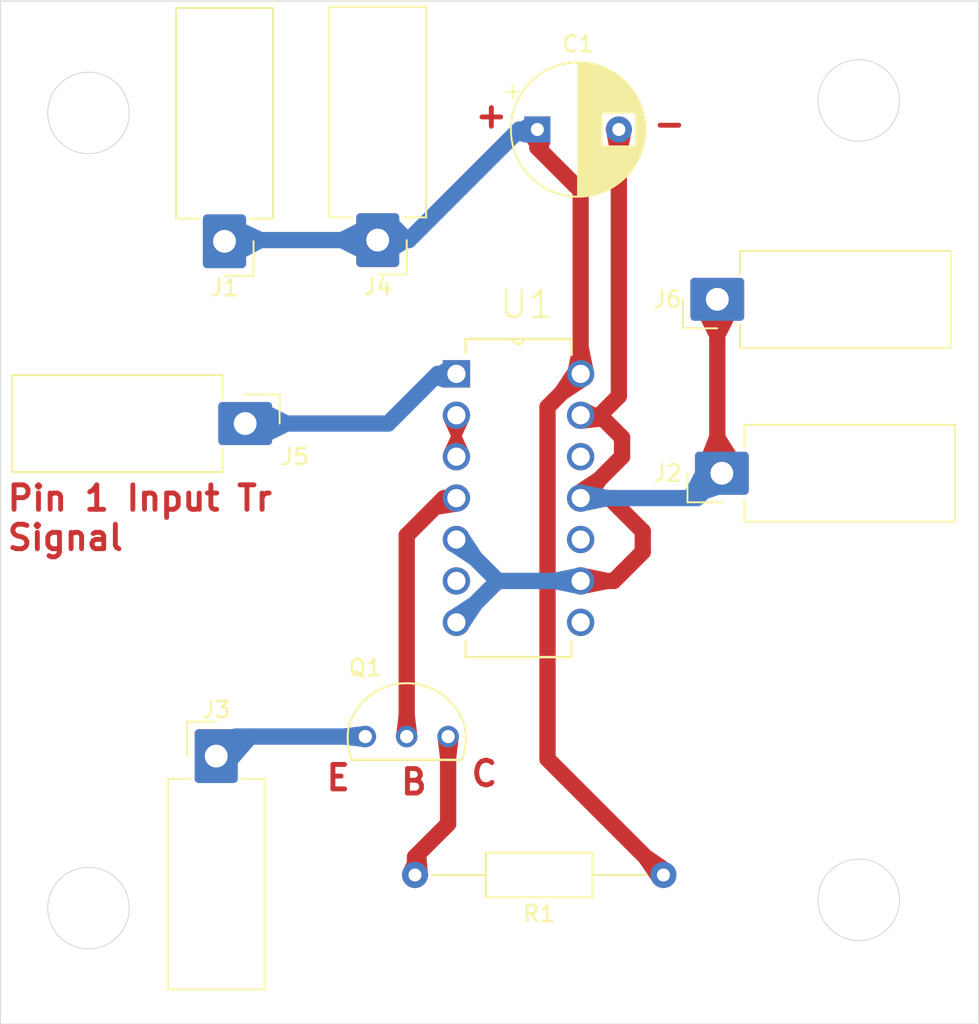
<source format=kicad_pcb>
(kicad_pcb (version 20240108) (generator "pcbnew") (generator_version "8.0")
  (layers (0 "F.Cu" signal) (31 "B.Cu" signal) (34 "B.Paste" user) (35 "F.Paste" user) (36 "B.SilkS" user "B.Silkscreen") (37 "F.SilkS" user "F.Silkscreen") (38 "B.Mask" user) (39 "F.Mask" user) (44 "Edge.Cuts" user))
  (net 0 "")
  (net 5 "GND")
  (net 6 "+5V")
  (net 7 "Net-(J3-Pin_1)")
  (net 8 "Net-(U1-2Y)")
  (net 9 "Net-(Q1-Pad3)")
  (net 10 "Net-(J5-Pin_1)")
  (net 11 "/Link_2_and_3")
  (footprint "Connector_TE-Connectivity:TE_MATE-N-LOK_1-794374-x_1x01_P4.14mm_Horizontal" (layer "F.Cu") (at 147.32 77.47 90)
    (property "Reference" "J6" (at 0 -3.048 180) (layer "F.SilkS"))
    (property "Value" "Conn_01x01_Pin" (hide yes))
    (fp_line (start 0 -2.11) (end -1.78 -2.11) (stroke (width 0.12)) (layer "F.SilkS"))
    (fp_line (start -1.78 -2.11) (end -1.78 0) (stroke (width 0.12)) (layer "F.SilkS"))
    (fp_line (start 2.97 1.39) (end 1.58 1.39) (stroke (width 0.12)) (layer "F.SilkS"))
    (fp_line (start -1.58 1.39) (end -2.97 1.39) (stroke (width 0.12)) (layer "F.SilkS"))
    (fp_line (start -2.97 1.39) (end -2.97 14.31) (stroke (width 0.12)) (layer "F.SilkS"))
    (fp_line (start 2.97 14.31) (end 2.97 1.39) (stroke (width 0.12)) (layer "F.SilkS"))
    (fp_line (start -2.97 14.31) (end 2.97 14.31) (stroke (width 0.12)) (layer "F.SilkS"))
    (pad "" np_thru_hole circle (at 0 7.34 90) (size 3.86 3.86) (drill 3.86) (layers "*.Cu" "*.Mask"))
    (pad "1" thru_hole roundrect (at 0 0 90) (size 2.64 3.3) (drill 1.4) (layers "*.Cu" "*.Mask") (roundrect_rratio 0.094697) (net 5 "GND"))
  )
  (footprint "Connector_TE-Connectivity:TE_MATE-N-LOK_1-794374-x_1x01_P4.14mm_Horizontal" (layer "F.Cu") (at 117.094 73.914 180)
    (property "Reference" "J1" (at 0 -2.85 0) (layer "F.SilkS"))
    (property "Value" "Conn_01x01_Pin" (hide yes))
    (fp_line (start 2.97 14.31) (end 2.97 1.39) (stroke (width 0.12)) (layer "F.SilkS"))
    (fp_line (start 2.97 1.39) (end 1.58 1.39) (stroke (width 0.12)) (layer "F.SilkS"))
    (fp_line (start 0 -2.11) (end -1.78 -2.11) (stroke (width 0.12)) (layer "F.SilkS"))
    (fp_line (start -1.58 1.39) (end -2.97 1.39) (stroke (width 0.12)) (layer "F.SilkS"))
    (fp_line (start -1.78 -2.11) (end -1.78 0) (stroke (width 0.12)) (layer "F.SilkS"))
    (fp_line (start -2.97 14.31) (end 2.97 14.31) (stroke (width 0.12)) (layer "F.SilkS"))
    (fp_line (start -2.97 1.39) (end -2.97 14.31) (stroke (width 0.12)) (layer "F.SilkS"))
    (pad "" np_thru_hole circle (at 0 7.34 180) (size 3.86 3.86) (drill 3.86) (layers "*.Cu" "*.Mask"))
    (pad "1" thru_hole roundrect (at 0 0 180) (size 2.64 3.3) (drill 1.4) (layers "*.Cu" "*.Mask") (roundrect_rratio 0.094697) (net 6 "+5V"))
  )
  (footprint "Resistor_THT:R_Axial_DIN0207_L6.3mm_D2.5mm_P15.24mm_Horizontal" (layer "F.Cu") (at 144.018 112.776 180)
    (property "Reference" "R1" (at 7.62 -2.37 0) (layer "F.SilkS"))
    (property "Value" "R")
    (fp_line (start 14.2 0) (end 10.89 0) (stroke (width 0.12)) (layer "F.SilkS"))
    (fp_line (start 10.89 1.37) (end 10.89 -1.37) (stroke (width 0.12)) (layer "F.SilkS"))
    (fp_line (start 10.89 -1.37) (end 4.35 -1.37) (stroke (width 0.12)) (layer "F.SilkS"))
    (fp_line (start 4.35 1.37) (end 10.89 1.37) (stroke (width 0.12)) (layer "F.SilkS"))
    (fp_line (start 4.35 -1.37) (end 4.35 1.37) (stroke (width 0.12)) (layer "F.SilkS"))
    (fp_line (start 1.04 0) (end 4.35 0) (stroke (width 0.12)) (layer "F.SilkS"))
    (pad "1" thru_hole circle (at 0 0 180) (size 1.6 1.6) (drill 0.8) (layers "*.Cu" "*.Mask") (net 6 "+5V"))
    (pad "2" thru_hole oval (at 15.24 0 180) (size 1.6 1.6) (drill 0.8) (layers "*.Cu" "*.Mask") (net 9 "Net-(Q1-Pad3)"))
  )
  (footprint "Connector_TE-Connectivity:TE_MATE-N-LOK_1-794374-x_1x01_P4.14mm_Horizontal" (layer "F.Cu") (at 116.586 105.485)
    (property "Reference" "J3" (at 0 -2.85 0) (layer "F.SilkS"))
    (property "Value" "Conn_01x01_Pin" (hide yes))
    (fp_line (start -2.97 1.39) (end -2.97 14.31) (stroke (width 0.12)) (layer "F.SilkS"))
    (fp_line (start -2.97 14.31) (end 2.97 14.31) (stroke (width 0.12)) (layer "F.SilkS"))
    (fp_line (start -1.78 -2.11) (end -1.78 0) (stroke (width 0.12)) (layer "F.SilkS"))
    (fp_line (start -1.58 1.39) (end -2.97 1.39) (stroke (width 0.12)) (layer "F.SilkS"))
    (fp_line (start 0 -2.11) (end -1.78 -2.11) (stroke (width 0.12)) (layer "F.SilkS"))
    (fp_line (start 2.97 1.39) (end 1.58 1.39) (stroke (width 0.12)) (layer "F.SilkS"))
    (fp_line (start 2.97 14.31) (end 2.97 1.39) (stroke (width 0.12)) (layer "F.SilkS"))
    (pad "" np_thru_hole circle (at 0 7.34) (size 3.86 3.86) (drill 3.86) (layers "*.Cu" "*.Mask"))
    (pad "1" thru_hole roundrect (at 0 0) (size 2.64 3.3) (drill 1.4) (layers "*.Cu" "*.Mask") (roundrect_rratio 0.094697) (net 7 "Net-(J3-Pin_1)"))
  )
  (footprint "74HC14N_652:DIP254P762X420-14" (layer "F.Cu") (at 138.938 97.282)
    (property "Reference" "U1" (at -3.308435 -19.494435 0) (layer "F.SilkS") (effects (font (size 1.643205 1.643205))))
    (property "Value" "74HC14N_652" (hide yes))
    (fp_line (start -7.0612 -17.3736) (end -7.0612 -16.5354) (stroke (width 0.1524)) (layer "F.SilkS"))
    (fp_line (start -7.0612 1.1684) (end -7.0612 2.1336) (stroke (width 0.1524)) (layer "F.SilkS"))
    (fp_line (start -7.0612 2.1336) (end -0.5588 2.1336) (stroke (width 0.1524)) (layer "F.SilkS"))
    (fp_line (start -4.1148 -17.3736) (end -7.0612 -17.3736) (stroke (width 0.1524)) (layer "F.SilkS"))
    (fp_line (start -3.5052 -17.3736) (end -4.1148 -17.3736) (stroke (width 0.1524)) (layer "F.SilkS"))
    (fp_line (start -0.5588 -17.3736) (end -3.5052 -17.3736) (stroke (width 0.1524)) (layer "F.SilkS"))
    (fp_line (start -0.5588 -16.4084) (end -0.5588 -17.3736) (stroke (width 0.1524)) (layer "F.SilkS"))
    (fp_line (start -0.5588 2.1336) (end -0.5588 1.1684) (stroke (width 0.1524)) (layer "F.SilkS"))
    (fp_arc (start -3.5052 -17.3736) (mid -3.81 -17.0688) (end -4.1148 -17.3736) (stroke (width 0.1524)) (layer "F.SilkS"))
    (pad "1" thru_hole rect (at -7.62 -15.24) (size 1.6764 1.6764) (drill 1.1176) (layers "*.Cu" "*.Mask") (net 10 "Net-(J5-Pin_1)"))
    (pad "2" thru_hole circle (at -7.62 -12.7) (size 1.6764 1.6764) (drill 1.1176) (layers "*.Cu" "*.Mask") (net 11 "/Link_2_and_3"))
    (pad "3" thru_hole circle (at -7.62 -10.16) (size 1.6764 1.6764) (drill 1.1176) (layers "*.Cu" "*.Mask") (net 11 "/Link_2_and_3"))
    (pad "4" thru_hole circle (at -7.62 -7.62) (size 1.6764 1.6764) (drill 1.1176) (layers "*.Cu" "*.Mask") (net 8 "Net-(U1-2Y)"))
    (pad "5" thru_hole circle (at -7.62 -5.08) (size 1.6764 1.6764) (drill 1.1176) (layers "*.Cu" "*.Mask") (net 5 "GND"))
    (pad "6" thru_hole circle (at -7.62 -2.54) (size 1.6764 1.6764) (drill 1.1176) (layers "*.Cu" "*.Mask"))
    (pad "7" thru_hole circle (at -7.62 0) (size 1.6764 1.6764) (drill 1.1176) (layers "*.Cu" "*.Mask") (net 5 "GND"))
    (pad "8" thru_hole circle (at 0 0) (size 1.6764 1.6764) (drill 1.1176) (layers "*.Cu" "*.Mask"))
    (pad "9" thru_hole circle (at 0 -2.54) (size 1.6764 1.6764) (drill 1.1176) (layers "*.Cu" "*.Mask") (net 5 "GND"))
    (pad "10" thru_hole circle (at 0 -5.08) (size 1.6764 1.6764) (drill 1.1176) (layers "*.Cu" "*.Mask"))
    (pad "11" thru_hole circle (at 0 -7.62) (size 1.6764 1.6764) (drill 1.1176) (layers "*.Cu" "*.Mask") (net 5 "GND"))
    (pad "12" thru_hole circle (at 0 -10.16) (size 1.6764 1.6764) (drill 1.1176) (layers "*.Cu" "*.Mask"))
    (pad "13" thru_hole circle (at 0 -12.7) (size 1.6764 1.6764) (drill 1.1176) (layers "*.Cu" "*.Mask") (net 5 "GND"))
    (pad "14" thru_hole circle (at 0 -15.24) (size 1.6764 1.6764) (drill 1.1176) (layers "*.Cu" "*.Mask") (net 6 "+5V"))
  )
  (footprint "Capacitor_THT:CP_Radial_D8.0mm_P5.00mm" (layer "F.Cu") (at 136.2813 67.056)
    (property "Reference" "C1" (at 2.5 -5.25 0) (layer "F.SilkS"))
    (property "Value" "100nF" (hide yes))
    (fp_line (start -1.909698 -2.315) (end -1.109698 -2.315) (stroke (width 0.12)) (layer "F.SilkS"))
    (fp_line (start -1.509698 -2.715) (end -1.509698 -1.915) (stroke (width 0.12)) (layer "F.SilkS"))
    (fp_line (start 2.5 -4.08) (end 2.5 4.08) (stroke (width 0.12)) (layer "F.SilkS"))
    (fp_line (start 2.54 -4.08) (end 2.54 4.08) (stroke (width 0.12)) (layer "F.SilkS"))
    (fp_line (start 2.58 -4.08) (end 2.58 4.08) (stroke (width 0.12)) (layer "F.SilkS"))
    (fp_line (start 2.62 -4.079) (end 2.62 4.079) (stroke (width 0.12)) (layer "F.SilkS"))
    (fp_line (start 2.66 -4.077) (end 2.66 4.077) (stroke (width 0.12)) (layer "F.SilkS"))
    (fp_line (start 2.7 -4.076) (end 2.7 4.076) (stroke (width 0.12)) (layer "F.SilkS"))
    (fp_line (start 2.74 -4.074) (end 2.74 4.074) (stroke (width 0.12)) (layer "F.SilkS"))
    (fp_line (start 2.78 -4.071) (end 2.78 4.071) (stroke (width 0.12)) (layer "F.SilkS"))
    (fp_line (start 2.82 -4.068) (end 2.82 4.068) (stroke (width 0.12)) (layer "F.SilkS"))
    (fp_line (start 2.86 -4.065) (end 2.86 4.065) (stroke (width 0.12)) (layer "F.SilkS"))
    (fp_line (start 2.9 -4.061) (end 2.9 4.061) (stroke (width 0.12)) (layer "F.SilkS"))
    (fp_line (start 2.94 -4.057) (end 2.94 4.057) (stroke (width 0.12)) (layer "F.SilkS"))
    (fp_line (start 2.98 -4.052) (end 2.98 4.052) (stroke (width 0.12)) (layer "F.SilkS"))
    (fp_line (start 3.02 -4.048) (end 3.02 4.048) (stroke (width 0.12)) (layer "F.SilkS"))
    (fp_line (start 3.06 -4.042) (end 3.06 4.042) (stroke (width 0.12)) (layer "F.SilkS"))
    (fp_line (start 3.1 -4.037) (end 3.1 4.037) (stroke (width 0.12)) (layer "F.SilkS"))
    (fp_line (start 3.14 -4.03) (end 3.14 4.03) (stroke (width 0.12)) (layer "F.SilkS"))
    (fp_line (start 3.18 -4.024) (end 3.18 4.024) (stroke (width 0.12)) (layer "F.SilkS"))
    (fp_line (start 3.221 -4.017) (end 3.221 4.017) (stroke (width 0.12)) (layer "F.SilkS"))
    (fp_line (start 3.261 -4.01) (end 3.261 4.01) (stroke (width 0.12)) (layer "F.SilkS"))
    (fp_line (start 3.301 -4.002) (end 3.301 4.002) (stroke (width 0.12)) (layer "F.SilkS"))
    (fp_line (start 3.341 -3.994) (end 3.341 3.994) (stroke (width 0.12)) (layer "F.SilkS"))
    (fp_line (start 3.381 -3.985) (end 3.381 3.985) (stroke (width 0.12)) (layer "F.SilkS"))
    (fp_line (start 3.421 -3.976) (end 3.421 3.976) (stroke (width 0.12)) (layer "F.SilkS"))
    (fp_line (start 3.461 -3.967) (end 3.461 3.967) (stroke (width 0.12)) (layer "F.SilkS"))
    (fp_line (start 3.501 -3.957) (end 3.501 3.957) (stroke (width 0.12)) (layer "F.SilkS"))
    (fp_line (start 3.541 -3.947) (end 3.541 3.947) (stroke (width 0.12)) (layer "F.SilkS"))
    (fp_line (start 3.581 -3.936) (end 3.581 3.936) (stroke (width 0.12)) (layer "F.SilkS"))
    (fp_line (start 3.621 -3.925) (end 3.621 3.925) (stroke (width 0.12)) (layer "F.SilkS"))
    (fp_line (start 3.661 -3.914) (end 3.661 3.914) (stroke (width 0.12)) (layer "F.SilkS"))
    (fp_line (start 3.701 -3.902) (end 3.701 3.902) (stroke (width 0.12)) (layer "F.SilkS"))
    (fp_line (start 3.741 -3.889) (end 3.741 3.889) (stroke (width 0.12)) (layer "F.SilkS"))
    (fp_line (start 3.781 -3.877) (end 3.781 3.877) (stroke (width 0.12)) (layer "F.SilkS"))
    (fp_line (start 3.821 -3.863) (end 3.821 3.863) (stroke (width 0.12)) (layer "F.SilkS"))
    (fp_line (start 3.861 -3.85) (end 3.861 3.85) (stroke (width 0.12)) (layer "F.SilkS"))
    (fp_line (start 3.901 -3.835) (end 3.901 3.835) (stroke (width 0.12)) (layer "F.SilkS"))
    (fp_line (start 3.941 -3.821) (end 3.941 3.821) (stroke (width 0.12)) (layer "F.SilkS"))
    (fp_line (start 3.981 -3.805) (end 3.981 -1.04) (stroke (width 0.12)) (layer "F.SilkS"))
    (fp_line (start 3.981 1.04) (end 3.981 3.805) (stroke (width 0.12)) (layer "F.SilkS"))
    (fp_line (start 4.021 -3.79) (end 4.021 -1.04) (stroke (width 0.12)) (layer "F.SilkS"))
    (fp_line (start 4.021 1.04) (end 4.021 3.79) (stroke (width 0.12)) (layer "F.SilkS"))
    (fp_line (start 4.061 -3.774) (end 4.061 -1.04) (stroke (width 0.12)) (layer "F.SilkS"))
    (fp_line (start 4.061 1.04) (end 4.061 3.774) (stroke (width 0.12)) (layer "F.SilkS"))
    (fp_line (start 4.101 -3.757) (end 4.101 -1.04) (stroke (width 0.12)) (layer "F.SilkS"))
    (fp_line (start 4.101 1.04) (end 4.101 3.757) (stroke (width 0.12)) (layer "F.SilkS"))
    (fp_line (start 4.141 -3.74) (end 4.141 -1.04) (stroke (width 0.12)) (layer "F.SilkS"))
    (fp_line (start 4.141 1.04) (end 4.141 3.74) (stroke (width 0.12)) (layer "F.SilkS"))
    (fp_line (start 4.181 -3.722) (end 4.181 -1.04) (stroke (width 0.12)) (layer "F.SilkS"))
    (fp_line (start 4.181 1.04) (end 4.181 3.722) (stroke (width 0.12)) (layer "F.SilkS"))
    (fp_line (start 4.221 -3.704) (end 4.221 -1.04) (stroke (width 0.12)) (layer "F.SilkS"))
    (fp_line (start 4.221 1.04) (end 4.221 3.704) (stroke (width 0.12)) (layer "F.SilkS"))
    (fp_line (start 4.261 -3.686) (end 4.261 -1.04) (stroke (width 0.12)) (layer "F.SilkS"))
    (fp_line (start 4.261 1.04) (end 4.261 3.686) (stroke (width 0.12)) (layer "F.SilkS"))
    (fp_line (start 4.301 -3.666) (end 4.301 -1.04) (stroke (width 0.12)) (layer "F.SilkS"))
    (fp_line (start 4.301 1.04) (end 4.301 3.666) (stroke (width 0.12)) (layer "F.SilkS"))
    (fp_line (start 4.341 -3.647) (end 4.341 -1.04) (stroke (width 0.12)) (layer "F.SilkS"))
    (fp_line (start 4.341 1.04) (end 4.341 3.647) (stroke (width 0.12)) (layer "F.SilkS"))
    (fp_line (start 4.381 -3.627) (end 4.381 -1.04) (stroke (width 0.12)) (layer "F.SilkS"))
    (fp_line (start 4.381 1.04) (end 4.381 3.627) (stroke (width 0.12)) (layer "F.SilkS"))
    (fp_line (start 4.421 -3.606) (end 4.421 -1.04) (stroke (width 0.12)) (layer "F.SilkS"))
    (fp_line (start 4.421 1.04) (end 4.421 3.606) (stroke (width 0.12)) (layer "F.SilkS"))
    (fp_line (start 4.461 -3.584) (end 4.461 -1.04) (stroke (width 0.12)) (layer "F.SilkS"))
    (fp_line (start 4.461 1.04) (end 4.461 3.584) (stroke (width 0.12)) (layer "F.SilkS"))
    (fp_line (start 4.501 -3.562) (end 4.501 -1.04) (stroke (width 0.12)) (layer "F.SilkS"))
    (fp_line (start 4.501 1.04) (end 4.501 3.562) (stroke (width 0.12)) (layer "F.SilkS"))
    (fp_line (start 4.541 -3.54) (end 4.541 -1.04) (stroke (width 0.12)) (layer "F.SilkS"))
    (fp_line (start 4.541 1.04) (end 4.541 3.54) (stroke (width 0.12)) (layer "F.SilkS"))
    (fp_line (start 4.581 -3.517) (end 4.581 -1.04) (stroke (width 0.12)) (layer "F.SilkS"))
    (fp_line (start 4.581 1.04) (end 4.581 3.517) (stroke (width 0.12)) (layer "F.SilkS"))
    (fp_line (start 4.621 -3.493) (end 4.621 -1.04) (stroke (width 0.12)) (layer "F.SilkS"))
    (fp_line (start 4.621 1.04) (end 4.621 3.493) (stroke (width 0.12)) (layer "F.SilkS"))
    (fp_line (start 4.661 -3.469) (end 4.661 -1.04) (stroke (width 0.12)) (layer "F.SilkS"))
    (fp_line (start 4.661 1.04) (end 4.661 3.469) (stroke (width 0.12)) (layer "F.SilkS"))
    (fp_line (start 4.701 -3.444) (end 4.701 -1.04) (stroke (width 0.12)) (layer "F.SilkS"))
    (fp_line (start 4.701 1.04) (end 4.701 3.444) (stroke (width 0.12)) (layer "F.SilkS"))
    (fp_line (start 4.741 -3.418) (end 4.741 -1.04) (stroke (width 0.12)) (layer "F.SilkS"))
    (fp_line (start 4.741 1.04) (end 4.741 3.418) (stroke (width 0.12)) (layer "F.SilkS"))
    (fp_line (start 4.781 -3.392) (end 4.781 -1.04) (stroke (width 0.12)) (layer "F.SilkS"))
    (fp_line (start 4.781 1.04) (end 4.781 3.392) (stroke (width 0.12)) (layer "F.SilkS"))
    (fp_line (start 4.821 -3.365) (end 4.821 -1.04) (stroke (width 0.12)) (layer "F.SilkS"))
    (fp_line (start 4.821 1.04) (end 4.821 3.365) (stroke (width 0.12)) (layer "F.SilkS"))
    (fp_line (start 4.861 -3.338) (end 4.861 -1.04) (stroke (width 0.12)) (layer "F.SilkS"))
    (fp_line (start 4.861 1.04) (end 4.861 3.338) (stroke (width 0.12)) (layer "F.SilkS"))
    (fp_line (start 4.901 -3.309) (end 4.901 -1.04) (stroke (width 0.12)) (layer "F.SilkS"))
    (fp_line (start 4.901 1.04) (end 4.901 3.309) (stroke (width 0.12)) (layer "F.SilkS"))
    (fp_line (start 4.941 -3.28) (end 4.941 -1.04) (stroke (width 0.12)) (layer "F.SilkS"))
    (fp_line (start 4.941 1.04) (end 4.941 3.28) (stroke (width 0.12)) (layer "F.SilkS"))
    (fp_line (start 4.981 -3.25) (end 4.981 -1.04) (stroke (width 0.12)) (layer "F.SilkS"))
    (fp_line (start 4.981 1.04) (end 4.981 3.25) (stroke (width 0.12)) (layer "F.SilkS"))
    (fp_line (start 5.021 -3.22) (end 5.021 -1.04) (stroke (width 0.12)) (layer "F.SilkS"))
    (fp_line (start 5.021 1.04) (end 5.021 3.22) (stroke (width 0.12)) (layer "F.SilkS"))
    (fp_line (start 5.061 -3.189) (end 5.061 -1.04) (stroke (width 0.12)) (layer "F.SilkS"))
    (fp_line (start 5.061 1.04) (end 5.061 3.189) (stroke (width 0.12)) (layer "F.SilkS"))
    (fp_line (start 5.101 -3.156) (end 5.101 -1.04) (stroke (width 0.12)) (layer "F.SilkS"))
    (fp_line (start 5.101 1.04) (end 5.101 3.156) (stroke (width 0.12)) (layer "F.SilkS"))
    (fp_line (start 5.141 -3.124) (end 5.141 -1.04) (stroke (width 0.12)) (layer "F.SilkS"))
    (fp_line (start 5.141 1.04) (end 5.141 3.124) (stroke (width 0.12)) (layer "F.SilkS"))
    (fp_line (start 5.181 -3.09) (end 5.181 -1.04) (stroke (width 0.12)) (layer "F.SilkS"))
    (fp_line (start 5.181 1.04) (end 5.181 3.09) (stroke (width 0.12)) (layer "F.SilkS"))
    (fp_line (start 5.221 -3.055) (end 5.221 -1.04) (stroke (width 0.12)) (layer "F.SilkS"))
    (fp_line (start 5.221 1.04) (end 5.221 3.055) (stroke (width 0.12)) (layer "F.SilkS"))
    (fp_line (start 5.261 -3.019) (end 5.261 -1.04) (stroke (width 0.12)) (layer "F.SilkS"))
    (fp_line (start 5.261 1.04) (end 5.261 3.019) (stroke (width 0.12)) (layer "F.SilkS"))
    (fp_line (start 5.301 -2.983) (end 5.301 -1.04) (stroke (width 0.12)) (layer "F.SilkS"))
    (fp_line (start 5.301 1.04) (end 5.301 2.983) (stroke (width 0.12)) (layer "F.SilkS"))
    (fp_line (start 5.341 -2.945) (end 5.341 -1.04) (stroke (width 0.12)) (layer "F.SilkS"))
    (fp_line (start 5.341 1.04) (end 5.341 2.945) (stroke (width 0.12)) (layer "F.SilkS"))
    (fp_line (start 5.381 -2.907) (end 5.381 -1.04) (stroke (width 0.12)) (layer "F.SilkS"))
    (fp_line (start 5.381 1.04) (end 5.381 2.907) (stroke (width 0.12)) (layer "F.SilkS"))
    (fp_line (start 5.421 -2.867) (end 5.421 -1.04) (stroke (width 0.12)) (layer "F.SilkS"))
    (fp_line (start 5.421 1.04) (end 5.421 2.867) (stroke (width 0.12)) (layer "F.SilkS"))
    (fp_line (start 5.461 -2.826) (end 5.461 -1.04) (stroke (width 0.12)) (layer "F.SilkS"))
    (fp_line (start 5.461 1.04) (end 5.461 2.826) (stroke (width 0.12)) (layer "F.SilkS"))
    (fp_line (start 5.501 -2.784) (end 5.501 -1.04) (stroke (width 0.12)) (layer "F.SilkS"))
    (fp_line (start 5.501 1.04) (end 5.501 2.784) (stroke (width 0.12)) (layer "F.SilkS"))
    (fp_line (start 5.541 -2.741) (end 5.541 -1.04) (stroke (width 0.12)) (layer "F.SilkS"))
    (fp_line (start 5.541 1.04) (end 5.541 2.741) (stroke (width 0.12)) (layer "F.SilkS"))
    (fp_line (start 5.581 -2.697) (end 5.581 -1.04) (stroke (width 0.12)) (layer "F.SilkS"))
    (fp_line (start 5.581 1.04) (end 5.581 2.697) (stroke (width 0.12)) (layer "F.SilkS"))
    (fp_line (start 5.621 -2.651) (end 5.621 -1.04) (stroke (width 0.12)) (layer "F.SilkS"))
    (fp_line (start 5.621 1.04) (end 5.621 2.651) (stroke (width 0.12)) (layer "F.SilkS"))
    (fp_line (start 5.661 -2.604) (end 5.661 -1.04) (stroke (width 0.12)) (layer "F.SilkS"))
    (fp_line (start 5.661 1.04) (end 5.661 2.604) (stroke (width 0.12)) (layer "F.SilkS"))
    (fp_line (start 5.701 -2.556) (end 5.701 -1.04) (stroke (width 0.12)) (layer "F.SilkS"))
    (fp_line (start 5.701 1.04) (end 5.701 2.556) (stroke (width 0.12)) (layer "F.SilkS"))
    (fp_line (start 5.741 -2.505) (end 5.741 -1.04) (stroke (width 0.12)) (layer "F.SilkS"))
    (fp_line (start 5.741 1.04) (end 5.741 2.505) (stroke (width 0.12)) (layer "F.SilkS"))
    (fp_line (start 5.781 -2.454) (end 5.781 -1.04) (stroke (width 0.12)) (layer "F.SilkS"))
    (fp_line (start 5.781 1.04) (end 5.781 2.454) (stroke (width 0.12)) (layer "F.SilkS"))
    (fp_line (start 5.821 -2.4) (end 5.821 -1.04) (stroke (width 0.12)) (layer "F.SilkS"))
    (fp_line (start 5.821 1.04) (end 5.821 2.4) (stroke (width 0.12)) (layer "F.SilkS"))
    (fp_line (start 5.861 -2.345) (end 5.861 -1.04) (stroke (width 0.12)) (layer "F.SilkS"))
    (fp_line (start 5.861 1.04) (end 5.861 2.345) (stroke (width 0.12)) (layer "F.SilkS"))
    (fp_line (start 5.901 -2.287) (end 5.901 -1.04) (stroke (width 0.12)) (layer "F.SilkS"))
    (fp_line (start 5.901 1.04) (end 5.901 2.287) (stroke (width 0.12)) (layer "F.SilkS"))
    (fp_line (start 5.941 -2.228) (end 5.941 -1.04) (stroke (width 0.12)) (layer "F.SilkS"))
    (fp_line (start 5.941 1.04) (end 5.941 2.228) (stroke (width 0.12)) (layer "F.SilkS"))
    (fp_line (start 5.981 -2.166) (end 5.981 -1.04) (stroke (width 0.12)) (layer "F.SilkS"))
    (fp_line (start 5.981 1.04) (end 5.981 2.166) (stroke (width 0.12)) (layer "F.SilkS"))
    (fp_line (start 6.021 -2.102) (end 6.021 -1.04) (stroke (width 0.12)) (layer "F.SilkS"))
    (fp_line (start 6.021 1.04) (end 6.021 2.102) (stroke (width 0.12)) (layer "F.SilkS"))
    (fp_line (start 6.061 -2.034) (end 6.061 2.034) (stroke (width 0.12)) (layer "F.SilkS"))
    (fp_line (start 6.101 -1.964) (end 6.101 1.964) (stroke (width 0.12)) (layer "F.SilkS"))
    (fp_line (start 6.141 -1.89) (end 6.141 1.89) (stroke (width 0.12)) (layer "F.SilkS"))
    (fp_line (start 6.181 -1.813) (end 6.181 1.813) (stroke (width 0.12)) (layer "F.SilkS"))
    (fp_line (start 6.221 -1.731) (end 6.221 1.731) (stroke (width 0.12)) (layer "F.SilkS"))
    (fp_line (start 6.261 -1.645) (end 6.261 1.645) (stroke (width 0.12)) (layer "F.SilkS"))
    (fp_line (start 6.301 -1.552) (end 6.301 1.552) (stroke (width 0.12)) (layer "F.SilkS"))
    (fp_line (start 6.341 -1.453) (end 6.341 1.453) (stroke (width 0.12)) (layer "F.SilkS"))
    (fp_line (start 6.381 -1.346) (end 6.381 1.346) (stroke (width 0.12)) (layer "F.SilkS"))
    (fp_line (start 6.421 -1.229) (end 6.421 1.229) (stroke (width 0.12)) (layer "F.SilkS"))
    (fp_line (start 6.461 -1.098) (end 6.461 1.098) (stroke (width 0.12)) (layer "F.SilkS"))
    (fp_line (start 6.501 -0.948) (end 6.501 0.948) (stroke (width 0.12)) (layer "F.SilkS"))
    (fp_line (start 6.541 -0.768) (end 6.541 0.768) (stroke (width 0.12)) (layer "F.SilkS"))
    (fp_line (start 6.581 -0.533) (end 6.581 0.533) (stroke (width 0.12)) (layer "F.SilkS"))
    (fp_circle (center 2.5 0) (end 6.62 0) (stroke (width 0.12)) (fill none) (layer "F.SilkS"))
    (pad "1" thru_hole rect (at 0 0) (size 1.6 1.6) (drill 0.8) (layers "*.Cu" "*.Mask") (net 6 "+5V"))
    (pad "2" thru_hole circle (at 5 0) (size 1.6 1.6) (drill 0.8) (layers "*.Cu" "*.Mask") (net 5 "GND"))
  )
  (footprint "Connector_TE-Connectivity:TE_MATE-N-LOK_1-794374-x_1x01_P4.14mm_Horizontal" (layer "F.Cu") (at 118.364 85.09 -90)
    (property "Reference" "J5" (at 2.032 -3.048 180) (layer "F.SilkS"))
    (property "Value" "Conn_01x01_Pin" (hide yes))
    (fp_line (start -2.97 14.31) (end 2.97 14.31) (stroke (width 0.12)) (layer "F.SilkS"))
    (fp_line (start 2.97 14.31) (end 2.97 1.39) (stroke (width 0.12)) (layer "F.SilkS"))
    (fp_line (start -2.97 1.39) (end -2.97 14.31) (stroke (width 0.12)) (layer "F.SilkS"))
    (fp_line (start -1.58 1.39) (end -2.97 1.39) (stroke (width 0.12)) (layer "F.SilkS"))
    (fp_line (start 2.97 1.39) (end 1.58 1.39) (stroke (width 0.12)) (layer "F.SilkS"))
    (fp_line (start -1.78 -2.11) (end -1.78 0) (stroke (width 0.12)) (layer "F.SilkS"))
    (fp_line (start 0 -2.11) (end -1.78 -2.11) (stroke (width 0.12)) (layer "F.SilkS"))
    (pad "" np_thru_hole circle (at 0 7.34 270) (size 3.86 3.86) (drill 3.86) (layers "*.Cu" "*.Mask"))
    (pad "1" thru_hole roundrect (at 0 0 270) (size 2.64 3.3) (drill 1.4) (layers "*.Cu" "*.Mask") (roundrect_rratio 0.094697) (net 10 "Net-(J5-Pin_1)"))
  )
  (footprint "Connector_TE-Connectivity:TE_MATE-N-LOK_1-794374-x_1x01_P4.14mm_Horizontal" (layer "F.Cu") (at 126.492 73.839 180)
    (property "Reference" "J4" (at 0 -2.85 0) (layer "F.SilkS"))
    (property "Value" "Conn_01x01_Pin" (hide yes))
    (fp_line (start 2.97 14.31) (end 2.97 1.39) (stroke (width 0.12)) (layer "F.SilkS"))
    (fp_line (start 2.97 1.39) (end 1.58 1.39) (stroke (width 0.12)) (layer "F.SilkS"))
    (fp_line (start 0 -2.11) (end -1.78 -2.11) (stroke (width 0.12)) (layer "F.SilkS"))
    (fp_line (start -1.58 1.39) (end -2.97 1.39) (stroke (width 0.12)) (layer "F.SilkS"))
    (fp_line (start -1.78 -2.11) (end -1.78 0) (stroke (width 0.12)) (layer "F.SilkS"))
    (fp_line (start -2.97 14.31) (end 2.97 14.31) (stroke (width 0.12)) (layer "F.SilkS"))
    (fp_line (start -2.97 1.39) (end -2.97 14.31) (stroke (width 0.12)) (layer "F.SilkS"))
    (pad "" np_thru_hole circle (at 0 7.34 180) (size 3.86 3.86) (drill 3.86) (layers "*.Cu" "*.Mask"))
    (pad "1" thru_hole roundrect (at 0 0 180) (size 2.64 3.3) (drill 1.4) (layers "*.Cu" "*.Mask") (roundrect_rratio 0.094697) (net 6 "+5V"))
  )
  (footprint "Connector_TE-Connectivity:TE_MATE-N-LOK_1-794374-x_1x01_P4.14mm_Horizontal" (layer "F.Cu") (at 147.6 88.138 90)
    (property "Reference" "J2" (at 0 -3.328 180) (layer "F.SilkS"))
    (property "Value" "Conn_01x01_Pin" (hide yes))
    (fp_line (start 0 -2.11) (end -1.78 -2.11) (stroke (width 0.12)) (layer "F.SilkS"))
    (fp_line (start -1.78 -2.11) (end -1.78 0) (stroke (width 0.12)) (layer "F.SilkS"))
    (fp_line (start 2.97 1.39) (end 1.58 1.39) (stroke (width 0.12)) (layer "F.SilkS"))
    (fp_line (start -1.58 1.39) (end -2.97 1.39) (stroke (width 0.12)) (layer "F.SilkS"))
    (fp_line (start -2.97 1.39) (end -2.97 14.31) (stroke (width 0.12)) (layer "F.SilkS"))
    (fp_line (start 2.97 14.31) (end 2.97 1.39) (stroke (width 0.12)) (layer "F.SilkS"))
    (fp_line (start -2.97 14.31) (end 2.97 14.31) (stroke (width 0.12)) (layer "F.SilkS"))
    (pad "" np_thru_hole circle (at 0 7.34 90) (size 3.86 3.86) (drill 3.86) (layers "*.Cu" "*.Mask"))
    (pad "1" thru_hole roundrect (at 0 0 90) (size 2.64 3.3) (drill 1.4) (layers "*.Cu" "*.Mask") (roundrect_rratio 0.094697) (net 5 "GND"))
  )
  (footprint "2N4401:TO92" (layer "F.Cu") (at 128.27 104.287)
    (property "Reference" "Q1" (at -2.54 -4.210991 0) (layer "F.SilkS"))
    (property "Value" "2N4401" (hide yes))
    (fp_line (start -3.33375 1.42875) (end 3.33375 1.42875) (stroke (width 0.1524)) (layer "F.SilkS"))
    (fp_arc (start -3.6165 0.127) (mid -3.568358 -0.519825) (end -3.3655 -1.1359) (stroke (width 0.127)) (layer "F.SilkS"))
    (fp_arc (start -3.3655 -1.1359) (mid 0 -3.271382) (end 3.3655 -1.1359) (stroke (width 0.127)) (layer "F.SilkS"))
    (fp_arc (start -3.3655 1.4534) (mid -3.556258 0.802549) (end -3.6165 0.127) (stroke (width 0.127)) (layer "F.SilkS"))
    (fp_arc (start 3.3655 -1.1359) (mid 3.56836 -0.519825) (end 3.6165 0.127) (stroke (width 0.127)) (layer "F.SilkS"))
    (fp_arc (start 3.6165 0.127) (mid 3.556257 0.802549) (end 3.3655 1.4534) (stroke (width 0.127)) (layer "F.SilkS"))
    (pad "1" thru_hole circle (at -2.54 0) (size 1.3208 1.3208) (drill 0.8128) (layers "*.Cu" "*.Mask") (net 7 "Net-(J3-Pin_1)"))
    (pad "2" thru_hole circle (at 0 0) (size 1.3208 1.3208) (drill 0.8128) (layers "*.Cu" "*.Mask") (net 8 "Net-(U1-2Y)"))
    (pad "3" thru_hole circle (at 2.54 0) (size 1.3208 1.3208) (drill 0.8128) (layers "*.Cu" "*.Mask") (net 9 "Net-(Q1-Pad3)"))
  )
  (gr_circle (center 108.752 114.808) (end 111.252 114.808) (stroke (width 0.05)) (fill none) (layer "Edge.Cuts"))
  (gr_circle (center 108.752 66.04) (end 111.252 66.04) (stroke (width 0.05)) (fill none) (layer "Edge.Cuts"))
  (gr_circle (center 155.996 65.278) (end 158.496 65.278) (stroke (width 0.05)) (fill none) (layer "Edge.Cuts"))
  (gr_rect (start 103.35 59.182) (end 163.35 121.92) (stroke (width 0.05)) (fill none) (layer "Edge.Cuts"))
  (gr_circle (center 155.996 114.3) (end 158.496 114.3) (stroke (width 0.05)) (fill none) (layer "Edge.Cuts"))
  (gr_text "-" (at 143.256 67.564 0) (layer "F.Cu") (effects (font (size 1.5 1.5) (thickness 0.3) (bold yes)) (justify left bottom)))
  (gr_text "C" (at 132.08 107.442 0) (layer "F.Cu") (effects (font (size 1.5 1.5) (thickness 0.3) (bold yes)) (justify left bottom)))
  (gr_text "+" (at 132.334 67.056 0) (layer "F.Cu") (effects (font (size 1.5 1.5) (thickness 0.3) (bold yes)) (justify left bottom)))
  (gr_text "B" (at 127.762 107.95 0) (layer "F.Cu") (effects (font (size 1.5 1.5) (thickness 0.3) (bold yes)) (justify left bottom)))
  (gr_text "Pin 1 Input Tr \nSignal" (at 103.632 92.964 0) (layer "F.Cu") (effects (font (size 1.5 1.5) (thickness 0.3) (bold yes)) (justify left bottom)))
  (gr_text "E" (at 123.19 107.696 0) (layer "F.Cu") (effects (font (size 1.5 1.5) (thickness 0.3) (bold yes)) (justify left bottom)))
  (segment (start 142.748 92.964) (end 142.748 91.694) (width 1) (layer "F.Cu") (net 5))
  (segment (start 141.2813 83.4103) (end 140.1096 84.582) (width 1) (layer "F.Cu") (net 5))
  (segment (start 140.97 94.742) (end 142.748 92.964) (width 1) (layer "F.Cu") (net 5))
  (segment (start 140.1096 84.582) (end 138.938 84.582) (width 0.3) (layer "F.Cu") (net 5))
  (segment (start 142.748 91.694) (end 140.716 89.662) (width 1) (layer "F.Cu") (net 5))
  (segment (start 138.938 94.742) (end 140.97 94.742) (width 1) (layer "F.Cu") (net 5))
  (segment (start 140.1096 84.582) (end 141.478 85.9504) (width 1) (layer "F.Cu") (net 5))
  (segment (start 141.478 87.122) (end 138.938 89.662) (width 1) (layer "F.Cu") (net 5))
  (segment (start 141.2813 67.056) (end 141.2813 83.4103) (width 1) (layer "F.Cu") (net 5))
  (segment (start 147.32 87.858) (end 147.32 77.47) (width 1) (layer "F.Cu") (net 5))
  (segment (start 141.478 85.9504) (end 141.478 87.122) (width 1) (layer "F.Cu") (net 5))
  (segment (start 140.716 89.662) (end 138.938 89.662) (width 1) (layer "F.Cu") (net 5))
  (segment (start 147.6 88.138) (end 147.32 87.858) (width 1) (layer "F.Cu") (net 5))
  (segment (start 133.858 94.742) (end 138.938 94.742) (width 1) (layer "B.Cu") (net 5))
  (segment (start 131.318 97.282) (end 133.858 94.742) (width 1) (layer "B.Cu") (net 5))
  (segment (start 131.318 92.202) (end 133.858 94.742) (width 1) (layer "B.Cu") (net 5))
  (segment (start 146.076 89.662) (end 147.6 88.138) (width 1) (layer "B.Cu") (net 5))
  (segment (start 138.938 89.662) (end 146.076 89.662) (width 1) (layer "B.Cu") (net 5))
  (segment (start 138.938 70.8144) (end 138.938 82.042) (width 1) (layer "F.Cu") (net 6))
  (segment (start 136.2813 68.1577) (end 138.938 70.8144) (width 1) (layer "F.Cu") (net 6))
  (segment (start 136.906 84.074) (end 138.938 82.042) (width 1) (layer "F.Cu") (net 6))
  (segment (start 136.2813 67.056) (end 136.2813 68.1577) (width 1) (layer "F.Cu") (net 6))
  (segment (start 144.018 112.776) (end 136.906 105.664) (width 1) (layer "F.Cu") (net 6))
  (segment (start 136.906 105.664) (end 136.906 84.074) (width 1) (layer "F.Cu") (net 6))
  (segment (start 117.169 73.839) (end 117.094 73.914) (width 0.2) (layer "B.Cu") (net 6))
  (segment (start 135.1796 67.056) (end 128.3966 73.839) (width 1) (layer "B.Cu") (net 6))
  (segment (start 126.492 73.839) (end 117.169 73.839) (width 1) (layer "B.Cu") (net 6))
  (segment (start 136.2813 67.056) (end 135.1796 67.056) (width 1) (layer "B.Cu") (net 6))
  (segment (start 128.3966 73.839) (end 126.492 73.839) (width 1) (layer "B.Cu") (net 6))
  (segment (start 125.73 104.287) (end 117.784 104.287) (width 1) (layer "B.Cu") (net 7))
  (segment (start 117.784 104.287) (end 116.586 105.485) (width 1) (layer "B.Cu") (net 7))
  (segment (start 128.27 104.287) (end 128.27 91.948) (width 1) (layer "F.Cu") (net 8))
  (segment (start 130.556 89.662) (end 131.318 89.662) (width 1) (layer "F.Cu") (net 8))
  (segment (start 128.27 91.948) (end 130.556 89.662) (width 1) (layer "F.Cu") (net 8))
  (segment (start 130.81 109.6423) (end 128.778 111.6743) (width 1) (layer "F.Cu") (net 9))
  (segment (start 128.778 112.776) (end 128.778 111.6743) (width 1) (layer "F.Cu") (net 9))
  (segment (start 130.81 104.287) (end 130.81 109.6423) (width 1) (layer "F.Cu") (net 9))
  (segment (start 131.318 82.042) (end 130.1781 82.042) (width 1) (layer "B.Cu") (net 10))
  (segment (start 118.364 85.09) (end 127.1301 85.09) (width 1) (layer "B.Cu") (net 10))
  (segment (start 127.1301 85.09) (end 130.1781 82.042) (width 1) (layer "B.Cu") (net 10))
  (segment (start 131.318 87.122) (end 131.318 84.582) (width 0.3) (layer "F.Cu") (net 11))
)
</source>
